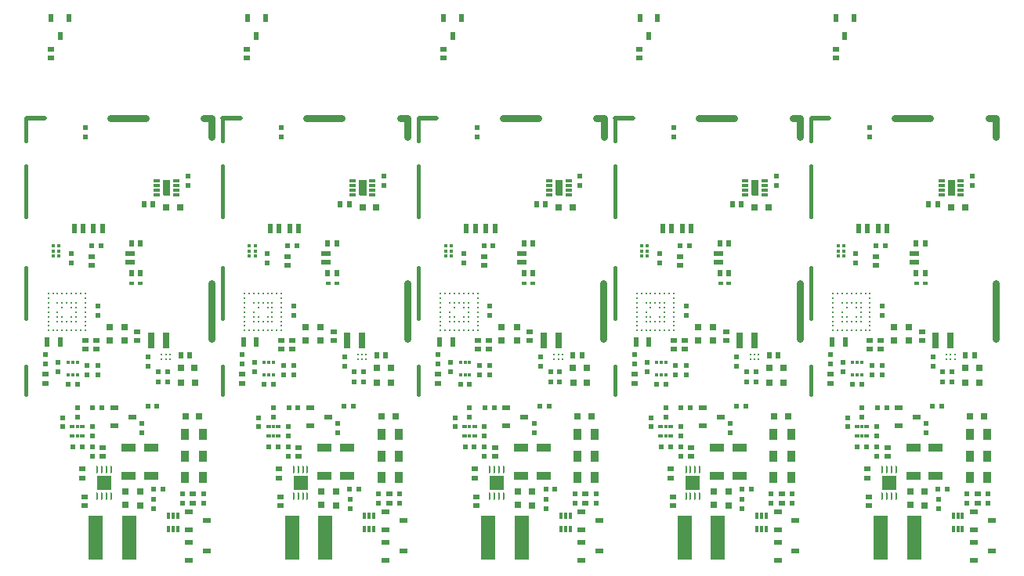
<source format=gbp>
G04*
G04 #@! TF.GenerationSoftware,Altium Limited,Altium Designer,19.1.7 (138)*
G04*
G04 Layer_Color=128*
%FSAX25Y25*%
%MOIN*%
G70*
G01*
G75*
%ADD11R,0.02362X0.01968*%
%ADD12R,0.03740X0.01890*%
%ADD14R,0.02362X0.02520*%
%ADD15R,0.01968X0.02362*%
%ADD18R,0.02520X0.02362*%
%ADD20R,0.03150X0.03150*%
%ADD22R,0.03150X0.03150*%
%ADD24R,0.03937X0.02244*%
%ADD31R,0.01181X0.01181*%
%ADD35C,0.01181*%
%ADD42C,0.01968*%
%ADD43C,0.02953*%
%ADD46C,0.01575*%
%ADD55R,0.05906X0.06299*%
G04:AMPARAMS|DCode=56|XSize=9.84mil|YSize=33.47mil|CornerRadius=2.46mil|HoleSize=0mil|Usage=FLASHONLY|Rotation=360.000|XOffset=0mil|YOffset=0mil|HoleType=Round|Shape=RoundedRectangle|*
%AMROUNDEDRECTD56*
21,1,0.00984,0.02854,0,0,360.0*
21,1,0.00492,0.03347,0,0,360.0*
1,1,0.00492,0.00246,-0.01427*
1,1,0.00492,-0.00246,-0.01427*
1,1,0.00492,-0.00246,0.01427*
1,1,0.00492,0.00246,0.01427*
%
%ADD56ROUNDEDRECTD56*%
%ADD57R,0.05906X0.18504*%
%ADD58R,0.01181X0.03150*%
%ADD59R,0.06299X0.03543*%
%ADD60R,0.01968X0.01575*%
%ADD61R,0.01181X0.01575*%
%ADD62R,0.02362X0.04331*%
%ADD63R,0.01181X0.01772*%
%ADD64R,0.01890X0.03740*%
%ADD65R,0.01968X0.01968*%
%ADD66R,0.02756X0.01181*%
%ADD67R,0.02244X0.03937*%
%ADD68R,0.02362X0.03937*%
%ADD69R,0.01968X0.01378*%
%ADD70R,0.02756X0.06693*%
%ADD71R,0.03543X0.05118*%
G36*
X0536159Y0315236D02*
X0536163Y0308386D01*
X0533679Y0308386D01*
X0533089Y0308977D01*
X0533088Y0315236D01*
X0536159Y0315236D01*
D02*
G37*
G36*
X0452694D02*
X0452699Y0308386D01*
X0450214Y0308386D01*
X0449624Y0308977D01*
X0449624Y0315236D01*
X0452694Y0315236D01*
D02*
G37*
G36*
X0369230D02*
X0369234Y0308386D01*
X0366750Y0308386D01*
X0366160Y0308977D01*
X0366159Y0315236D01*
X0369230Y0315236D01*
D02*
G37*
G36*
X0285765D02*
X0285770Y0308386D01*
X0283285Y0308386D01*
X0282695Y0308977D01*
X0282695Y0315236D01*
X0285765Y0315236D01*
D02*
G37*
G36*
X0202300D02*
X0202305Y0308386D01*
X0199821Y0308386D01*
X0199230Y0308977D01*
X0199230Y0315236D01*
X0202300Y0315236D01*
D02*
G37*
D11*
X0216535Y0177559D02*
D03*
Y0181496D02*
D03*
X0195276Y0179134D02*
D03*
Y0175197D02*
D03*
X0190158Y0211417D02*
D03*
Y0207480D02*
D03*
X0207480Y0177559D02*
D03*
Y0181496D02*
D03*
X0209742Y0312795D02*
D03*
Y0316732D02*
D03*
X0169095Y0210079D02*
D03*
Y0206142D02*
D03*
Y0201339D02*
D03*
Y0197402D02*
D03*
X0156575Y0213976D02*
D03*
Y0210039D02*
D03*
X0149370Y0240906D02*
D03*
Y0236969D02*
D03*
X0154724Y0237500D02*
D03*
Y0233563D02*
D03*
X0162795Y0214094D02*
D03*
Y0218032D02*
D03*
X0166969Y0232146D02*
D03*
Y0236083D02*
D03*
X0171417Y0232126D02*
D03*
Y0236063D02*
D03*
X0166102Y0333386D02*
D03*
Y0337323D02*
D03*
X0160197Y0283858D02*
D03*
Y0279921D02*
D03*
X0171457Y0257598D02*
D03*
Y0261536D02*
D03*
X0192953Y0235906D02*
D03*
Y0239843D02*
D03*
X0300000Y0177559D02*
D03*
Y0181496D02*
D03*
X0278740Y0179134D02*
D03*
Y0175197D02*
D03*
X0273622Y0211417D02*
D03*
Y0207480D02*
D03*
X0290945Y0177559D02*
D03*
Y0181496D02*
D03*
X0293207Y0312795D02*
D03*
Y0316732D02*
D03*
X0252559Y0210079D02*
D03*
Y0206142D02*
D03*
Y0201339D02*
D03*
Y0197402D02*
D03*
X0240039Y0213976D02*
D03*
Y0210039D02*
D03*
X0232835Y0240906D02*
D03*
Y0236969D02*
D03*
X0238189Y0237500D02*
D03*
Y0233563D02*
D03*
X0246260Y0214094D02*
D03*
Y0218032D02*
D03*
X0250433Y0232146D02*
D03*
Y0236083D02*
D03*
X0254882Y0232126D02*
D03*
Y0236063D02*
D03*
X0249567Y0333386D02*
D03*
Y0337323D02*
D03*
X0243661Y0283858D02*
D03*
Y0279921D02*
D03*
X0254921Y0257598D02*
D03*
Y0261536D02*
D03*
X0276417Y0235906D02*
D03*
Y0239843D02*
D03*
X0383465Y0177559D02*
D03*
Y0181496D02*
D03*
X0362205Y0179134D02*
D03*
Y0175197D02*
D03*
X0357087Y0211417D02*
D03*
Y0207480D02*
D03*
X0374410Y0177559D02*
D03*
Y0181496D02*
D03*
X0376671Y0312795D02*
D03*
Y0316732D02*
D03*
X0336024Y0210079D02*
D03*
Y0206142D02*
D03*
Y0201339D02*
D03*
Y0197402D02*
D03*
X0323504Y0213976D02*
D03*
Y0210039D02*
D03*
X0316299Y0240906D02*
D03*
Y0236969D02*
D03*
X0321654Y0237500D02*
D03*
Y0233563D02*
D03*
X0329724Y0214094D02*
D03*
Y0218032D02*
D03*
X0333898Y0232146D02*
D03*
Y0236083D02*
D03*
X0338346Y0232126D02*
D03*
Y0236063D02*
D03*
X0333032Y0333386D02*
D03*
Y0337323D02*
D03*
X0327126Y0283858D02*
D03*
Y0279921D02*
D03*
X0338386Y0257598D02*
D03*
Y0261536D02*
D03*
X0359882Y0235906D02*
D03*
Y0239843D02*
D03*
X0466929Y0177559D02*
D03*
Y0181496D02*
D03*
X0445669Y0179134D02*
D03*
Y0175197D02*
D03*
X0440551Y0211417D02*
D03*
Y0207480D02*
D03*
X0457874Y0177559D02*
D03*
Y0181496D02*
D03*
X0460136Y0312795D02*
D03*
Y0316732D02*
D03*
X0419488Y0210079D02*
D03*
Y0206142D02*
D03*
Y0201339D02*
D03*
Y0197402D02*
D03*
X0406968Y0213976D02*
D03*
Y0210039D02*
D03*
X0399764Y0240906D02*
D03*
Y0236969D02*
D03*
X0405118Y0237500D02*
D03*
Y0233563D02*
D03*
X0413189Y0214094D02*
D03*
Y0218032D02*
D03*
X0417362Y0232146D02*
D03*
Y0236083D02*
D03*
X0421811Y0232126D02*
D03*
Y0236063D02*
D03*
X0416496Y0333386D02*
D03*
Y0337323D02*
D03*
X0410591Y0283858D02*
D03*
Y0279921D02*
D03*
X0421850Y0257598D02*
D03*
Y0261536D02*
D03*
X0443347Y0235906D02*
D03*
Y0239843D02*
D03*
X0550394Y0177559D02*
D03*
Y0181496D02*
D03*
X0529134Y0179134D02*
D03*
Y0175197D02*
D03*
X0524016Y0211417D02*
D03*
Y0207480D02*
D03*
X0541339Y0177559D02*
D03*
Y0181496D02*
D03*
X0543600Y0312795D02*
D03*
Y0316732D02*
D03*
X0502953Y0210079D02*
D03*
Y0206142D02*
D03*
Y0201339D02*
D03*
Y0197402D02*
D03*
X0490433Y0213976D02*
D03*
Y0210039D02*
D03*
X0483228Y0240906D02*
D03*
Y0236969D02*
D03*
X0488583Y0237500D02*
D03*
Y0233563D02*
D03*
X0496654Y0214094D02*
D03*
Y0218032D02*
D03*
X0500827Y0232146D02*
D03*
Y0236083D02*
D03*
X0505276Y0232126D02*
D03*
Y0236063D02*
D03*
X0499961Y0333386D02*
D03*
Y0337323D02*
D03*
X0494055Y0283858D02*
D03*
Y0279921D02*
D03*
X0505315Y0257598D02*
D03*
Y0261536D02*
D03*
X0526811Y0235906D02*
D03*
Y0239843D02*
D03*
D12*
X0210354Y0153268D02*
D03*
Y0160906D02*
D03*
X0217992Y0157087D02*
D03*
X0210354Y0166260D02*
D03*
Y0173898D02*
D03*
X0217992Y0170079D02*
D03*
X0178465Y0210354D02*
D03*
Y0217992D02*
D03*
X0186102Y0214173D02*
D03*
X0293819Y0153268D02*
D03*
Y0160906D02*
D03*
X0301457Y0157087D02*
D03*
X0293819Y0166260D02*
D03*
Y0173898D02*
D03*
X0301457Y0170079D02*
D03*
X0261929Y0210354D02*
D03*
Y0217992D02*
D03*
X0269567Y0214173D02*
D03*
X0377284Y0153268D02*
D03*
Y0160906D02*
D03*
X0384921Y0157087D02*
D03*
X0377284Y0166260D02*
D03*
Y0173898D02*
D03*
X0384921Y0170079D02*
D03*
X0345394Y0210354D02*
D03*
Y0217992D02*
D03*
X0353032Y0214173D02*
D03*
X0460748Y0153268D02*
D03*
Y0160906D02*
D03*
X0468386Y0157087D02*
D03*
X0460748Y0166260D02*
D03*
Y0173898D02*
D03*
X0468386Y0170079D02*
D03*
X0428858Y0210354D02*
D03*
Y0217992D02*
D03*
X0436496Y0214173D02*
D03*
X0544213Y0153268D02*
D03*
Y0160906D02*
D03*
X0551851Y0157087D02*
D03*
X0544213Y0166260D02*
D03*
Y0173898D02*
D03*
X0551851Y0170079D02*
D03*
X0512323Y0210354D02*
D03*
Y0217992D02*
D03*
X0519961Y0214173D02*
D03*
D14*
X0194978Y0304724D02*
D03*
X0191199D02*
D03*
X0189646Y0288110D02*
D03*
X0185866D02*
D03*
X0189646Y0275551D02*
D03*
X0185866D02*
D03*
X0210551Y0240591D02*
D03*
X0206772D02*
D03*
X0278443Y0304724D02*
D03*
X0274663D02*
D03*
X0273110Y0288110D02*
D03*
X0269331D02*
D03*
X0273110Y0275551D02*
D03*
X0269331D02*
D03*
X0294016Y0240591D02*
D03*
X0290236D02*
D03*
X0361908Y0304724D02*
D03*
X0358128D02*
D03*
X0356575Y0288110D02*
D03*
X0352795D02*
D03*
X0356575Y0275551D02*
D03*
X0352795D02*
D03*
X0377480Y0240591D02*
D03*
X0373701D02*
D03*
X0445372Y0304724D02*
D03*
X0441593D02*
D03*
X0440039Y0288110D02*
D03*
X0436260D02*
D03*
X0440039Y0275551D02*
D03*
X0436260D02*
D03*
X0460945Y0240591D02*
D03*
X0457165D02*
D03*
X0528837Y0304724D02*
D03*
X0525057D02*
D03*
X0523504Y0288110D02*
D03*
X0519724D02*
D03*
X0523504Y0275551D02*
D03*
X0519724D02*
D03*
X0544409Y0240591D02*
D03*
X0540630D02*
D03*
D15*
X0199114Y0183421D02*
D03*
X0195177D02*
D03*
X0196693Y0218977D02*
D03*
X0192756D02*
D03*
X0173228Y0218110D02*
D03*
X0169291D02*
D03*
X0164764Y0201457D02*
D03*
X0160827D02*
D03*
X0162756Y0228268D02*
D03*
X0158819D02*
D03*
X0172795Y0287008D02*
D03*
X0168858D02*
D03*
X0201102Y0233465D02*
D03*
X0197165D02*
D03*
X0201102Y0229134D02*
D03*
X0197165D02*
D03*
X0282579Y0183421D02*
D03*
X0278642D02*
D03*
X0280158Y0218977D02*
D03*
X0276221D02*
D03*
X0256693Y0218110D02*
D03*
X0252756D02*
D03*
X0248228Y0201457D02*
D03*
X0244291D02*
D03*
X0246220Y0228268D02*
D03*
X0242283D02*
D03*
X0256260Y0287008D02*
D03*
X0252323D02*
D03*
X0284567Y0233465D02*
D03*
X0280630D02*
D03*
X0284567Y0229134D02*
D03*
X0280630D02*
D03*
X0366043Y0183421D02*
D03*
X0362106D02*
D03*
X0363622Y0218977D02*
D03*
X0359685D02*
D03*
X0340158Y0218110D02*
D03*
X0336221D02*
D03*
X0331693Y0201457D02*
D03*
X0327756D02*
D03*
X0329685Y0228268D02*
D03*
X0325748D02*
D03*
X0339724Y0287008D02*
D03*
X0335787D02*
D03*
X0368032Y0233465D02*
D03*
X0364094D02*
D03*
X0368032Y0229134D02*
D03*
X0364094D02*
D03*
X0449508Y0183421D02*
D03*
X0445571D02*
D03*
X0447087Y0218977D02*
D03*
X0443150D02*
D03*
X0423622Y0218110D02*
D03*
X0419685D02*
D03*
X0415158Y0201457D02*
D03*
X0411221D02*
D03*
X0413150Y0228268D02*
D03*
X0409213D02*
D03*
X0423189Y0287008D02*
D03*
X0419252D02*
D03*
X0451496Y0233465D02*
D03*
X0447559D02*
D03*
X0451496Y0229134D02*
D03*
X0447559D02*
D03*
X0532972Y0183421D02*
D03*
X0529036D02*
D03*
X0530551Y0218977D02*
D03*
X0526614D02*
D03*
X0507087Y0218110D02*
D03*
X0503150D02*
D03*
X0498622Y0201457D02*
D03*
X0494685D02*
D03*
X0496614Y0228268D02*
D03*
X0492677D02*
D03*
X0506653Y0287008D02*
D03*
X0502716D02*
D03*
X0534961Y0233465D02*
D03*
X0531024D02*
D03*
X0534961Y0229134D02*
D03*
X0531024D02*
D03*
D18*
X0166181Y0243032D02*
D03*
Y0246811D02*
D03*
X0212008Y0177638D02*
D03*
Y0181417D02*
D03*
X0164961Y0192047D02*
D03*
Y0188268D02*
D03*
X0165748Y0176457D02*
D03*
Y0180236D02*
D03*
X0173543Y0197520D02*
D03*
Y0201299D02*
D03*
X0149370Y0228543D02*
D03*
Y0232323D02*
D03*
X0170827Y0243032D02*
D03*
Y0246811D02*
D03*
X0151575Y0370827D02*
D03*
Y0367047D02*
D03*
X0168858Y0278858D02*
D03*
Y0282638D02*
D03*
X0188386Y0250551D02*
D03*
Y0246772D02*
D03*
X0249646Y0243032D02*
D03*
Y0246811D02*
D03*
X0295473Y0177638D02*
D03*
Y0181417D02*
D03*
X0248425Y0192047D02*
D03*
Y0188268D02*
D03*
X0249213Y0176457D02*
D03*
Y0180236D02*
D03*
X0257008Y0197520D02*
D03*
Y0201299D02*
D03*
X0232835Y0228543D02*
D03*
Y0232323D02*
D03*
X0254291Y0243032D02*
D03*
Y0246811D02*
D03*
X0235039Y0370827D02*
D03*
Y0367047D02*
D03*
X0252323Y0278858D02*
D03*
Y0282638D02*
D03*
X0271850Y0250551D02*
D03*
Y0246772D02*
D03*
X0333110Y0243032D02*
D03*
Y0246811D02*
D03*
X0378937Y0177638D02*
D03*
Y0181417D02*
D03*
X0331890Y0192047D02*
D03*
Y0188268D02*
D03*
X0332677Y0176457D02*
D03*
Y0180236D02*
D03*
X0340472Y0197520D02*
D03*
Y0201299D02*
D03*
X0316299Y0228543D02*
D03*
Y0232323D02*
D03*
X0337756Y0243032D02*
D03*
Y0246811D02*
D03*
X0318504Y0370827D02*
D03*
Y0367047D02*
D03*
X0335787Y0278858D02*
D03*
Y0282638D02*
D03*
X0355315Y0250551D02*
D03*
Y0246772D02*
D03*
X0416575Y0243032D02*
D03*
Y0246811D02*
D03*
X0462402Y0177638D02*
D03*
Y0181417D02*
D03*
X0415354Y0192047D02*
D03*
Y0188268D02*
D03*
X0416142Y0176457D02*
D03*
Y0180236D02*
D03*
X0423937Y0197520D02*
D03*
Y0201299D02*
D03*
X0399764Y0228543D02*
D03*
Y0232323D02*
D03*
X0421220Y0243032D02*
D03*
Y0246811D02*
D03*
X0401968Y0370827D02*
D03*
Y0367047D02*
D03*
X0419252Y0278858D02*
D03*
Y0282638D02*
D03*
X0438779Y0250551D02*
D03*
Y0246772D02*
D03*
X0500039Y0243032D02*
D03*
Y0246811D02*
D03*
X0545866Y0177638D02*
D03*
Y0181417D02*
D03*
X0498819Y0192047D02*
D03*
Y0188268D02*
D03*
X0499606Y0176457D02*
D03*
Y0180236D02*
D03*
X0507402Y0197520D02*
D03*
Y0201299D02*
D03*
X0483228Y0228543D02*
D03*
Y0232323D02*
D03*
X0504685Y0243032D02*
D03*
Y0246811D02*
D03*
X0485433Y0370827D02*
D03*
Y0367047D02*
D03*
X0502716Y0278858D02*
D03*
Y0282638D02*
D03*
X0522244Y0250551D02*
D03*
Y0246772D02*
D03*
D20*
X0183230Y0176665D02*
D03*
Y0182570D02*
D03*
X0189450Y0176586D02*
D03*
Y0182492D02*
D03*
X0176417Y0252638D02*
D03*
Y0246732D02*
D03*
X0182835Y0252599D02*
D03*
Y0246693D02*
D03*
X0266694Y0176665D02*
D03*
Y0182570D02*
D03*
X0272915Y0176586D02*
D03*
Y0182492D02*
D03*
X0259882Y0252638D02*
D03*
Y0246732D02*
D03*
X0266299Y0252599D02*
D03*
Y0246693D02*
D03*
X0350159Y0176665D02*
D03*
Y0182570D02*
D03*
X0356380Y0176586D02*
D03*
Y0182492D02*
D03*
X0343346Y0252638D02*
D03*
Y0246732D02*
D03*
X0349764Y0252599D02*
D03*
Y0246693D02*
D03*
X0433624Y0176665D02*
D03*
Y0182570D02*
D03*
X0439844Y0176586D02*
D03*
Y0182492D02*
D03*
X0426811Y0252638D02*
D03*
Y0246732D02*
D03*
X0433228Y0252599D02*
D03*
Y0246693D02*
D03*
X0517088Y0176665D02*
D03*
Y0182570D02*
D03*
X0523309Y0176586D02*
D03*
Y0182492D02*
D03*
X0510276Y0252638D02*
D03*
Y0246732D02*
D03*
X0516693Y0252599D02*
D03*
Y0246693D02*
D03*
D22*
X0200648Y0303543D02*
D03*
X0206553D02*
D03*
X0212677Y0235000D02*
D03*
X0206772D02*
D03*
X0212756Y0228661D02*
D03*
X0206850D02*
D03*
X0214685Y0214370D02*
D03*
X0208780D02*
D03*
X0284112Y0303543D02*
D03*
X0290018D02*
D03*
X0296142Y0235000D02*
D03*
X0290236D02*
D03*
X0296220Y0228661D02*
D03*
X0290315D02*
D03*
X0298150Y0214370D02*
D03*
X0292244D02*
D03*
X0367577Y0303543D02*
D03*
X0373482D02*
D03*
X0379606Y0235000D02*
D03*
X0373701D02*
D03*
X0379685Y0228661D02*
D03*
X0373780D02*
D03*
X0381614Y0214370D02*
D03*
X0375709D02*
D03*
X0451041Y0303543D02*
D03*
X0456947D02*
D03*
X0463071Y0235000D02*
D03*
X0457165D02*
D03*
X0463150Y0228661D02*
D03*
X0457244D02*
D03*
X0465079Y0214370D02*
D03*
X0459173D02*
D03*
X0534506Y0303543D02*
D03*
X0540411D02*
D03*
X0546535Y0235000D02*
D03*
X0540630D02*
D03*
X0546614Y0228661D02*
D03*
X0540709D02*
D03*
X0548543Y0214370D02*
D03*
X0542638D02*
D03*
D24*
X0185079Y0283701D02*
D03*
Y0280000D02*
D03*
X0268543Y0283701D02*
D03*
Y0280000D02*
D03*
X0352008Y0283701D02*
D03*
Y0280000D02*
D03*
X0435472Y0283701D02*
D03*
Y0280000D02*
D03*
X0518937Y0283701D02*
D03*
Y0280000D02*
D03*
D31*
X0152598Y0282677D02*
D03*
Y0284843D02*
D03*
Y0287008D02*
D03*
X0154961D02*
D03*
Y0284843D02*
D03*
Y0282677D02*
D03*
X0236063D02*
D03*
Y0284843D02*
D03*
Y0287008D02*
D03*
X0238425D02*
D03*
Y0284843D02*
D03*
Y0282677D02*
D03*
X0319528D02*
D03*
Y0284843D02*
D03*
Y0287008D02*
D03*
X0321890D02*
D03*
Y0284843D02*
D03*
Y0282677D02*
D03*
X0402992D02*
D03*
Y0284843D02*
D03*
Y0287008D02*
D03*
X0405354D02*
D03*
Y0284843D02*
D03*
Y0282677D02*
D03*
X0486457D02*
D03*
Y0284843D02*
D03*
Y0287008D02*
D03*
X0488819D02*
D03*
Y0284843D02*
D03*
Y0282677D02*
D03*
D35*
X0166181Y0251024D02*
D03*
Y0252992D02*
D03*
Y0254961D02*
D03*
Y0256929D02*
D03*
Y0258898D02*
D03*
Y0260866D02*
D03*
Y0262835D02*
D03*
Y0264803D02*
D03*
Y0266772D02*
D03*
X0150433Y0251024D02*
D03*
X0152401D02*
D03*
X0154370D02*
D03*
X0156339D02*
D03*
X0158307D02*
D03*
X0160276D02*
D03*
X0162244D02*
D03*
X0164213D02*
D03*
X0150433Y0252992D02*
D03*
Y0254961D02*
D03*
X0154370D02*
D03*
X0156339D02*
D03*
X0158307D02*
D03*
X0160276D02*
D03*
X0162244D02*
D03*
X0150433Y0256929D02*
D03*
X0154370D02*
D03*
X0156339D02*
D03*
X0160276D02*
D03*
X0162244D02*
D03*
X0150433Y0258898D02*
D03*
X0154370D02*
D03*
X0162244D02*
D03*
X0150433Y0260866D02*
D03*
X0156339D02*
D03*
X0160276D02*
D03*
X0162244D02*
D03*
X0150433Y0262835D02*
D03*
X0154370D02*
D03*
X0156339D02*
D03*
X0158307D02*
D03*
X0160276D02*
D03*
X0162244D02*
D03*
X0150433Y0264803D02*
D03*
Y0266772D02*
D03*
X0152401D02*
D03*
X0154370D02*
D03*
X0156339D02*
D03*
X0158307D02*
D03*
X0160276D02*
D03*
X0162244D02*
D03*
X0164213D02*
D03*
X0198701Y0240689D02*
D03*
X0200472D02*
D03*
X0202244D02*
D03*
X0198701Y0238917D02*
D03*
X0200472D02*
D03*
X0202244D02*
D03*
X0249646Y0251024D02*
D03*
Y0252992D02*
D03*
Y0254961D02*
D03*
Y0256929D02*
D03*
Y0258898D02*
D03*
Y0260866D02*
D03*
Y0262835D02*
D03*
Y0264803D02*
D03*
Y0266772D02*
D03*
X0233898Y0251024D02*
D03*
X0235866D02*
D03*
X0237835D02*
D03*
X0239803D02*
D03*
X0241772D02*
D03*
X0243740D02*
D03*
X0245709D02*
D03*
X0247677D02*
D03*
X0233898Y0252992D02*
D03*
Y0254961D02*
D03*
X0237835D02*
D03*
X0239803D02*
D03*
X0241772D02*
D03*
X0243740D02*
D03*
X0245709D02*
D03*
X0233898Y0256929D02*
D03*
X0237835D02*
D03*
X0239803D02*
D03*
X0243740D02*
D03*
X0245709D02*
D03*
X0233898Y0258898D02*
D03*
X0237835D02*
D03*
X0245709D02*
D03*
X0233898Y0260866D02*
D03*
X0239803D02*
D03*
X0243740D02*
D03*
X0245709D02*
D03*
X0233898Y0262835D02*
D03*
X0237835D02*
D03*
X0239803D02*
D03*
X0241772D02*
D03*
X0243740D02*
D03*
X0245709D02*
D03*
X0233898Y0264803D02*
D03*
Y0266772D02*
D03*
X0235866D02*
D03*
X0237835D02*
D03*
X0239803D02*
D03*
X0241772D02*
D03*
X0243740D02*
D03*
X0245709D02*
D03*
X0247677D02*
D03*
X0282165Y0240689D02*
D03*
X0283937D02*
D03*
X0285709D02*
D03*
X0282165Y0238917D02*
D03*
X0283937D02*
D03*
X0285709D02*
D03*
X0333110Y0251024D02*
D03*
Y0252992D02*
D03*
Y0254961D02*
D03*
Y0256929D02*
D03*
Y0258898D02*
D03*
Y0260866D02*
D03*
Y0262835D02*
D03*
Y0264803D02*
D03*
Y0266772D02*
D03*
X0317362Y0251024D02*
D03*
X0319331D02*
D03*
X0321299D02*
D03*
X0323268D02*
D03*
X0325236D02*
D03*
X0327205D02*
D03*
X0329173D02*
D03*
X0331142D02*
D03*
X0317362Y0252992D02*
D03*
Y0254961D02*
D03*
X0321299D02*
D03*
X0323268D02*
D03*
X0325236D02*
D03*
X0327205D02*
D03*
X0329173D02*
D03*
X0317362Y0256929D02*
D03*
X0321299D02*
D03*
X0323268D02*
D03*
X0327205D02*
D03*
X0329173D02*
D03*
X0317362Y0258898D02*
D03*
X0321299D02*
D03*
X0329173D02*
D03*
X0317362Y0260866D02*
D03*
X0323268D02*
D03*
X0327205D02*
D03*
X0329173D02*
D03*
X0317362Y0262835D02*
D03*
X0321299D02*
D03*
X0323268D02*
D03*
X0325236D02*
D03*
X0327205D02*
D03*
X0329173D02*
D03*
X0317362Y0264803D02*
D03*
Y0266772D02*
D03*
X0319331D02*
D03*
X0321299D02*
D03*
X0323268D02*
D03*
X0325236D02*
D03*
X0327205D02*
D03*
X0329173D02*
D03*
X0331142D02*
D03*
X0365630Y0240689D02*
D03*
X0367402D02*
D03*
X0369173D02*
D03*
X0365630Y0238917D02*
D03*
X0367402D02*
D03*
X0369173D02*
D03*
X0416575Y0251024D02*
D03*
Y0252992D02*
D03*
Y0254961D02*
D03*
Y0256929D02*
D03*
Y0258898D02*
D03*
Y0260866D02*
D03*
Y0262835D02*
D03*
Y0264803D02*
D03*
Y0266772D02*
D03*
X0400827Y0251024D02*
D03*
X0402795D02*
D03*
X0404764D02*
D03*
X0406732D02*
D03*
X0408701D02*
D03*
X0410669D02*
D03*
X0412638D02*
D03*
X0414606D02*
D03*
X0400827Y0252992D02*
D03*
Y0254961D02*
D03*
X0404764D02*
D03*
X0406732D02*
D03*
X0408701D02*
D03*
X0410669D02*
D03*
X0412638D02*
D03*
X0400827Y0256929D02*
D03*
X0404764D02*
D03*
X0406732D02*
D03*
X0410669D02*
D03*
X0412638D02*
D03*
X0400827Y0258898D02*
D03*
X0404764D02*
D03*
X0412638D02*
D03*
X0400827Y0260866D02*
D03*
X0406732D02*
D03*
X0410669D02*
D03*
X0412638D02*
D03*
X0400827Y0262835D02*
D03*
X0404764D02*
D03*
X0406732D02*
D03*
X0408701D02*
D03*
X0410669D02*
D03*
X0412638D02*
D03*
X0400827Y0264803D02*
D03*
Y0266772D02*
D03*
X0402795D02*
D03*
X0404764D02*
D03*
X0406732D02*
D03*
X0408701D02*
D03*
X0410669D02*
D03*
X0412638D02*
D03*
X0414606D02*
D03*
X0449094Y0240689D02*
D03*
X0450866D02*
D03*
X0452638D02*
D03*
X0449094Y0238917D02*
D03*
X0450866D02*
D03*
X0452638D02*
D03*
X0500039Y0251024D02*
D03*
Y0252992D02*
D03*
Y0254961D02*
D03*
Y0256929D02*
D03*
Y0258898D02*
D03*
Y0260866D02*
D03*
Y0262835D02*
D03*
Y0264803D02*
D03*
Y0266772D02*
D03*
X0484291Y0251024D02*
D03*
X0486260D02*
D03*
X0488228D02*
D03*
X0490197D02*
D03*
X0492165D02*
D03*
X0494134D02*
D03*
X0496102D02*
D03*
X0498071D02*
D03*
X0484291Y0252992D02*
D03*
Y0254961D02*
D03*
X0488228D02*
D03*
X0490197D02*
D03*
X0492165D02*
D03*
X0494134D02*
D03*
X0496102D02*
D03*
X0484291Y0256929D02*
D03*
X0488228D02*
D03*
X0490197D02*
D03*
X0494134D02*
D03*
X0496102D02*
D03*
X0484291Y0258898D02*
D03*
X0488228D02*
D03*
X0496102D02*
D03*
X0484291Y0260866D02*
D03*
X0490197D02*
D03*
X0494134D02*
D03*
X0496102D02*
D03*
X0484291Y0262835D02*
D03*
X0488228D02*
D03*
X0490197D02*
D03*
X0492165D02*
D03*
X0494134D02*
D03*
X0496102D02*
D03*
X0484291Y0264803D02*
D03*
Y0266772D02*
D03*
X0486260D02*
D03*
X0488228D02*
D03*
X0490197D02*
D03*
X0492165D02*
D03*
X0494134D02*
D03*
X0496102D02*
D03*
X0498071D02*
D03*
X0532559Y0240689D02*
D03*
X0534331D02*
D03*
X0536102D02*
D03*
X0532559Y0238917D02*
D03*
X0534331D02*
D03*
X0536102D02*
D03*
D42*
X0141260Y0341378D02*
X0148750D01*
X0224724D02*
X0232215D01*
X0308189D02*
X0315679D01*
X0391654D02*
X0399144D01*
X0475118D02*
X0482609D01*
D43*
X0176811Y0341457D02*
X0191821Y0341417D01*
X0216688Y0341428D02*
X0219843D01*
Y0333631D02*
Y0341428D01*
X0219803Y0247350D02*
Y0271084D01*
X0260276Y0341457D02*
X0275285Y0341417D01*
X0300153Y0341428D02*
X0303307D01*
Y0333631D02*
Y0341428D01*
X0303268Y0247350D02*
Y0271084D01*
X0343740Y0341457D02*
X0358750Y0341417D01*
X0383618Y0341428D02*
X0386772D01*
Y0333631D02*
Y0341428D01*
X0386732Y0247350D02*
Y0271084D01*
X0427205Y0341457D02*
X0442214Y0341417D01*
X0467082Y0341428D02*
X0470236D01*
Y0333631D02*
Y0341428D01*
X0470197Y0247350D02*
Y0271084D01*
X0510669Y0341457D02*
X0525679Y0341417D01*
X0550547Y0341428D02*
X0553701D01*
Y0333631D02*
Y0341428D01*
X0553661Y0247350D02*
Y0271084D01*
D46*
X0141063Y0331869D02*
Y0341378D01*
X0141063Y0299507D02*
Y0321081D01*
Y0256239D02*
Y0277892D01*
X0141063Y0223877D02*
Y0235719D01*
X0224528Y0331869D02*
Y0341378D01*
X0224528Y0299507D02*
Y0321081D01*
Y0256239D02*
Y0277892D01*
X0224528Y0223877D02*
Y0235719D01*
X0307992Y0331869D02*
Y0341378D01*
X0307992Y0299507D02*
Y0321081D01*
Y0256239D02*
Y0277892D01*
X0307992Y0223877D02*
Y0235719D01*
X0391457Y0331869D02*
Y0341378D01*
X0391457Y0299507D02*
Y0321081D01*
Y0256239D02*
Y0277892D01*
X0391457Y0223877D02*
Y0235719D01*
X0474921Y0331869D02*
Y0341378D01*
X0474921Y0299507D02*
Y0321081D01*
Y0256239D02*
Y0277892D01*
X0474921Y0223877D02*
Y0235719D01*
D55*
X0174293Y0186193D02*
D03*
X0257757D02*
D03*
X0341222D02*
D03*
X0424687D02*
D03*
X0508151D02*
D03*
D56*
X0171340Y0180484D02*
D03*
X0173309D02*
D03*
X0175277D02*
D03*
X0177246D02*
D03*
Y0191901D02*
D03*
X0175277D02*
D03*
X0173309D02*
D03*
X0171340D02*
D03*
X0254805Y0180484D02*
D03*
X0256773D02*
D03*
X0258742D02*
D03*
X0260710D02*
D03*
Y0191901D02*
D03*
X0258742D02*
D03*
X0256773D02*
D03*
X0254805D02*
D03*
X0338269Y0180484D02*
D03*
X0340238D02*
D03*
X0342206D02*
D03*
X0344175D02*
D03*
Y0191901D02*
D03*
X0342206D02*
D03*
X0340238D02*
D03*
X0338269D02*
D03*
X0421734Y0180484D02*
D03*
X0423702D02*
D03*
X0425671D02*
D03*
X0427639D02*
D03*
Y0191901D02*
D03*
X0425671D02*
D03*
X0423702D02*
D03*
X0421734D02*
D03*
X0505198Y0180484D02*
D03*
X0507167D02*
D03*
X0509135D02*
D03*
X0511104D02*
D03*
Y0191901D02*
D03*
X0509135D02*
D03*
X0507167D02*
D03*
X0505198D02*
D03*
D57*
X0184883Y0162846D02*
D03*
X0170710D02*
D03*
X0268348D02*
D03*
X0254175D02*
D03*
X0351813D02*
D03*
X0337639D02*
D03*
X0435277D02*
D03*
X0421104D02*
D03*
X0518742D02*
D03*
X0504569D02*
D03*
D58*
X0205512Y0172047D02*
D03*
X0203543D02*
D03*
X0201575D02*
D03*
Y0166535D02*
D03*
X0203543D02*
D03*
X0205512D02*
D03*
X0288977Y0172047D02*
D03*
X0287008D02*
D03*
X0285039D02*
D03*
Y0166535D02*
D03*
X0287008D02*
D03*
X0288977D02*
D03*
X0372441Y0172047D02*
D03*
X0370473D02*
D03*
X0368504D02*
D03*
Y0166535D02*
D03*
X0370473D02*
D03*
X0372441D02*
D03*
X0455906Y0172047D02*
D03*
X0453937D02*
D03*
X0451969D02*
D03*
Y0166535D02*
D03*
X0453937D02*
D03*
X0455906D02*
D03*
X0539370Y0172047D02*
D03*
X0537402D02*
D03*
X0535433D02*
D03*
Y0166535D02*
D03*
X0537402D02*
D03*
X0539370D02*
D03*
D59*
X0194175Y0189106D02*
D03*
Y0201311D02*
D03*
X0184569Y0189067D02*
D03*
Y0201271D02*
D03*
X0277639Y0189106D02*
D03*
Y0201311D02*
D03*
X0268033Y0189067D02*
D03*
Y0201271D02*
D03*
X0361104Y0189106D02*
D03*
Y0201311D02*
D03*
X0351498Y0189067D02*
D03*
Y0201271D02*
D03*
X0444568Y0189106D02*
D03*
Y0201311D02*
D03*
X0434962Y0189067D02*
D03*
Y0201271D02*
D03*
X0528033Y0189106D02*
D03*
Y0201311D02*
D03*
X0518427Y0189067D02*
D03*
Y0201271D02*
D03*
D60*
X0164842Y0210079D02*
D03*
X0160669D02*
D03*
X0164842Y0206142D02*
D03*
X0160669D02*
D03*
X0248307Y0210079D02*
D03*
X0244134D02*
D03*
X0248307Y0206142D02*
D03*
X0244134D02*
D03*
X0331772Y0210079D02*
D03*
X0327598D02*
D03*
X0331772Y0206142D02*
D03*
X0327598D02*
D03*
X0415236Y0210079D02*
D03*
X0411063D02*
D03*
X0415236Y0206142D02*
D03*
X0411063D02*
D03*
X0498701Y0210079D02*
D03*
X0494528D02*
D03*
X0498701Y0206142D02*
D03*
X0494528D02*
D03*
D61*
X0162756Y0210079D02*
D03*
Y0206142D02*
D03*
X0246220Y0210079D02*
D03*
Y0206142D02*
D03*
X0329685Y0210079D02*
D03*
Y0206142D02*
D03*
X0413150Y0210079D02*
D03*
Y0206142D02*
D03*
X0496614Y0210079D02*
D03*
Y0206142D02*
D03*
D62*
X0150039Y0245984D02*
D03*
X0155551D02*
D03*
X0233504D02*
D03*
X0239016D02*
D03*
X0316968D02*
D03*
X0322480D02*
D03*
X0400433D02*
D03*
X0405945D02*
D03*
X0483898D02*
D03*
X0489409D02*
D03*
D63*
X0162795Y0237500D02*
D03*
X0160827D02*
D03*
X0158858D02*
D03*
X0162795Y0232185D02*
D03*
X0160827D02*
D03*
X0158858D02*
D03*
X0246260Y0237500D02*
D03*
X0244291D02*
D03*
X0242323D02*
D03*
X0246260Y0232185D02*
D03*
X0244291D02*
D03*
X0242323D02*
D03*
X0329724Y0237500D02*
D03*
X0327756D02*
D03*
X0325787D02*
D03*
X0329724Y0232185D02*
D03*
X0327756D02*
D03*
X0325787D02*
D03*
X0413189Y0237500D02*
D03*
X0411220D02*
D03*
X0409252D02*
D03*
X0413189Y0232185D02*
D03*
X0411220D02*
D03*
X0409252D02*
D03*
X0496654Y0237500D02*
D03*
X0494685D02*
D03*
X0492717D02*
D03*
X0496654Y0232185D02*
D03*
X0494685D02*
D03*
X0492717D02*
D03*
D64*
X0155512Y0376457D02*
D03*
X0159331Y0384095D02*
D03*
X0151693D02*
D03*
X0238976Y0376457D02*
D03*
X0242795Y0384095D02*
D03*
X0235157D02*
D03*
X0322441Y0376457D02*
D03*
X0326260Y0384095D02*
D03*
X0318622D02*
D03*
X0405905Y0376457D02*
D03*
X0409724Y0384095D02*
D03*
X0402087D02*
D03*
X0489370Y0376457D02*
D03*
X0493189Y0384095D02*
D03*
X0485551D02*
D03*
D65*
X0200726Y0311811D02*
D03*
X0284191D02*
D03*
X0367655D02*
D03*
X0451120D02*
D03*
X0534585D02*
D03*
D66*
X0204860Y0308858D02*
D03*
Y0310827D02*
D03*
Y0312795D02*
D03*
Y0314764D02*
D03*
X0196592D02*
D03*
Y0312795D02*
D03*
Y0310827D02*
D03*
Y0308858D02*
D03*
X0288325D02*
D03*
Y0310827D02*
D03*
Y0312795D02*
D03*
Y0314764D02*
D03*
X0280057D02*
D03*
Y0312795D02*
D03*
Y0310827D02*
D03*
Y0308858D02*
D03*
X0371789D02*
D03*
Y0310827D02*
D03*
Y0312795D02*
D03*
Y0314764D02*
D03*
X0363522D02*
D03*
Y0312795D02*
D03*
Y0310827D02*
D03*
Y0308858D02*
D03*
X0455254D02*
D03*
Y0310827D02*
D03*
Y0312795D02*
D03*
Y0314764D02*
D03*
X0446986D02*
D03*
Y0312795D02*
D03*
Y0310827D02*
D03*
Y0308858D02*
D03*
X0538719D02*
D03*
Y0310827D02*
D03*
Y0312795D02*
D03*
Y0314764D02*
D03*
X0530451D02*
D03*
Y0312795D02*
D03*
Y0310827D02*
D03*
Y0308858D02*
D03*
D67*
X0161457Y0294488D02*
D03*
X0165157D02*
D03*
X0244921D02*
D03*
X0248622D02*
D03*
X0328386D02*
D03*
X0332087D02*
D03*
X0411850D02*
D03*
X0415551D02*
D03*
X0495315D02*
D03*
X0499016D02*
D03*
D68*
X0169724D02*
D03*
X0173504D02*
D03*
X0253189D02*
D03*
X0256968D02*
D03*
X0336653D02*
D03*
X0340433D02*
D03*
X0420118D02*
D03*
X0423898D02*
D03*
X0503583D02*
D03*
X0507362D02*
D03*
D69*
X0186063Y0271102D02*
D03*
X0189606D02*
D03*
X0269528D02*
D03*
X0273071D02*
D03*
X0352992D02*
D03*
X0356535D02*
D03*
X0436457D02*
D03*
X0440000D02*
D03*
X0519921D02*
D03*
X0523465D02*
D03*
D70*
X0194173Y0246732D02*
D03*
X0200472D02*
D03*
X0277638D02*
D03*
X0283937D02*
D03*
X0361102D02*
D03*
X0367402D02*
D03*
X0444567D02*
D03*
X0450866D02*
D03*
X0528031D02*
D03*
X0534331D02*
D03*
D71*
X0208622Y0206811D02*
D03*
X0216102D02*
D03*
X0208622Y0197520D02*
D03*
X0216102D02*
D03*
X0208622Y0188465D02*
D03*
X0216102D02*
D03*
X0292087Y0206811D02*
D03*
X0299567D02*
D03*
X0292087Y0197520D02*
D03*
X0299567D02*
D03*
X0292087Y0188465D02*
D03*
X0299567D02*
D03*
X0375551Y0206811D02*
D03*
X0383032D02*
D03*
X0375551Y0197520D02*
D03*
X0383032D02*
D03*
X0375551Y0188465D02*
D03*
X0383032D02*
D03*
X0459016Y0206811D02*
D03*
X0466496D02*
D03*
X0459016Y0197520D02*
D03*
X0466496D02*
D03*
X0459016Y0188465D02*
D03*
X0466496D02*
D03*
X0542480Y0206811D02*
D03*
X0549961D02*
D03*
X0542480Y0197520D02*
D03*
X0549961D02*
D03*
X0542480Y0188465D02*
D03*
X0549961D02*
D03*
M02*

</source>
